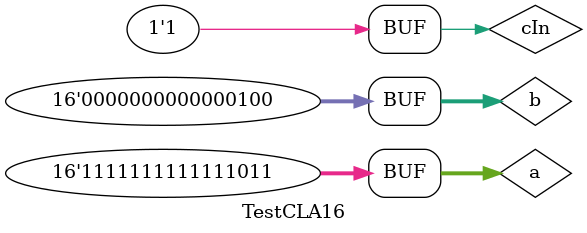
<source format=v>
`timescale 1ns / 1ps


module TestCLA16;

	// Inputs
	reg cIn;
	reg [15:0] a;
	reg [15:0] b;

	// Outputs
	wire [15:0] s;
	wire cOut;

	// Instantiate the Unit Under Test (UUT)
	CLA16 uut (
		.s(s), 
		.cOut(cOut), 
		.cIn(cIn), 
		.a(a), 
		.b(b)
	);

	initial begin
		// Initialize Inputs
		cIn = 0;
		a = 0;
		b = 0;

		// Wait 100 ns for global reset to finish
		#100;
      
		// Add stimulus here
		$monitor($time,"\ta=%d,\tb=%d,\tcIn=%b,\ts=%d,\tcOut=%b",a,b,cIn,s,cOut);
		#1 a =    32; b = 64; cIn = 0;
		#1 a =    32; b = 64; cIn = 1;
		#1 a = 65531; b =  4; cIn = 0;
		#1 a = 65531; b =  4; cIn = 1;
		
	end
      
endmodule


</source>
